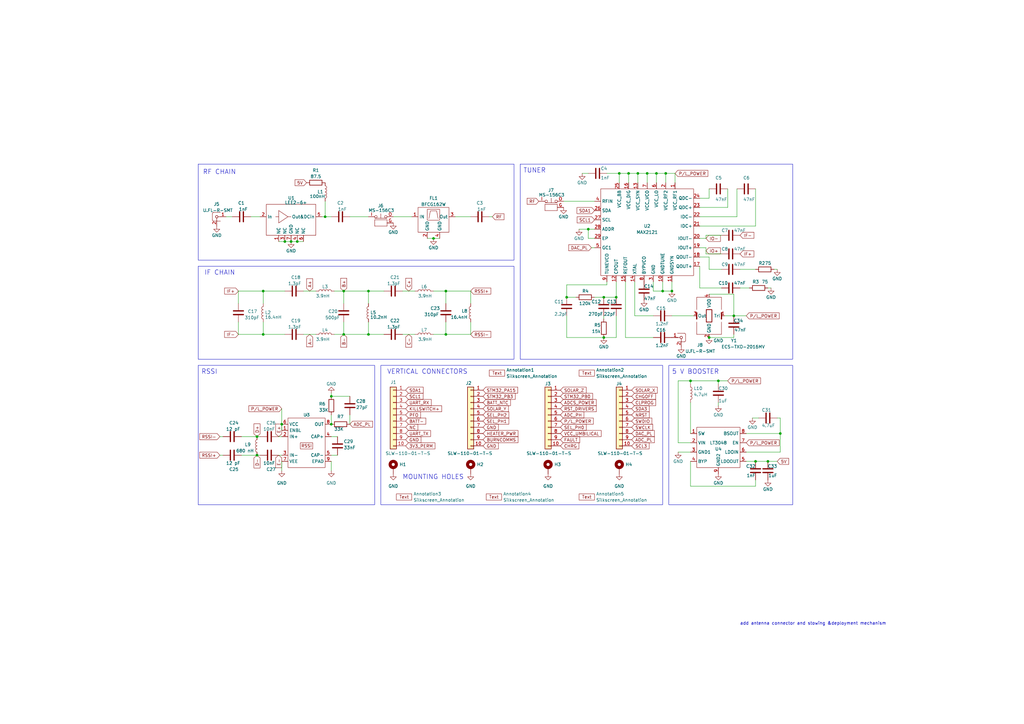
<source format=kicad_sch>
(kicad_sch (version 20230121) (generator eeschema)
  (paper "A3")
  (bus_alias "" (members))
  (junction (at 309.88 189.23))
  (junction (at 135.89 162.56))
  (junction (at 273.05 71.12))
  (junction (at 294.64 156.21))
  (junction (at 320.04 177.8))
  (junction (at 119.38 99.06))
  (junction (at 314.96 189.23))
  (junction (at 265.43 71.12))
  (junction (at 151.13 137.16))
  (junction (at 269.24 71.12))
  (junction (at 232.41 121.92))
  (junction (at 182.88 119.38))
  (junction (at 275.59 119.38))
  (junction (at 151.13 119.38))
  (junction (at 140.97 119.38))
  (junction (at 182.88 137.16))
  (junction (at 300.99 129.54))
  (junction (at 105.41 186.69))
  (junction (at 116.84 99.06))
  (junction (at 261.62 71.12))
  (junction (at 247.65 138.43))
  (junction (at 133.35 88.9))
  (junction (at 247.65 121.92))
  (junction (at 140.97 137.16))
  (junction (at 115.57 173.99))
  (junction (at 121.92 99.06))
  (junction (at 105.41 179.07))
  (junction (at 254 71.12))
  (junction (at 177.8 97.79))
  (junction (at 241.3 93.98))
  (junction (at 283.21 156.21))
  (junction (at 107.95 137.16))
  (junction (at 290.83 138.43))
  (junction (at 252.73 121.92))
  (junction (at 107.95 119.38))
  (junction (at 135.89 173.99))
  (junction (at 257.81 71.12))
  (junction (at 271.78 119.38))
  (wire (pts (xy 95.25 88.9) (xy 92.71 88.9)))
  (wire (pts (xy 297.18 129.54) (xy 300.99 129.54)))
  (wire (pts (xy 278.13 185.42) (xy 283.21 185.42)))
  (wire (pts (xy 140.97 137.16) (xy 140.97 132.08)))
  (wire (pts (xy 90.17 186.69) (xy 91.44 186.69)))
  (wire (pts (xy 320.04 171.45) (xy 318.77 171.45)))
  (wire (pts (xy 143.51 170.18) (xy 143.51 173.99)))
  (wire (pts (xy 248.92 115.57) (xy 248.92 116.84)))
  (wire (pts (xy 107.95 132.08) (xy 107.95 137.16)))
  (wire (pts (xy 97.79 132.08) (xy 97.79 137.16)))
  (wire (pts (xy 135.89 170.18) (xy 135.89 173.99)))
  (wire (pts (xy 316.23 118.11) (xy 314.96 118.11)))
  (wire (pts (xy 260.35 129.54) (xy 267.97 129.54)))
  (wire (pts (xy 289.56 101.6) (xy 289.56 104.14)))
  (wire (pts (xy 170.18 119.38) (xy 165.1 119.38)))
  (wire (pts (xy 151.13 137.16) (xy 140.97 137.16)))
  (wire (pts (xy 231.14 82.55) (xy 243.84 82.55)))
  (wire (pts (xy 289.56 97.79) (xy 289.56 96.52)))
  (wire (pts (xy 129.54 119.38) (xy 124.46 119.38)))
  (wire (pts (xy 151.13 124.46) (xy 151.13 119.38)))
  (wire (pts (xy 137.16 137.16) (xy 140.97 137.16)))
  (wire (pts (xy 257.81 74.93) (xy 257.81 71.12)))
  (wire (pts (xy 252.73 138.43) (xy 247.65 138.43)))
  (wire (pts (xy 256.54 115.57) (xy 256.54 138.43)))
  (wire (pts (xy 283.21 156.21) (xy 283.21 157.48)))
  (wire (pts (xy 170.18 137.16) (xy 165.1 137.16)))
  (wire (pts (xy 238.76 71.12) (xy 241.3 71.12)))
  (wire (pts (xy 300.99 129.54) (xy 306.07 129.54)))
  (wire (pts (xy 193.04 132.08) (xy 193.04 137.16)))
  (wire (pts (xy 283.21 181.61) (xy 278.13 181.61)))
  (wire (pts (xy 294.64 165.1) (xy 294.64 166.37)))
  (wire (pts (xy 135.89 162.56) (xy 135.89 161.29)))
  (wire (pts (xy 314.96 189.23) (xy 318.77 189.23)))
  (wire (pts (xy 283.21 199.39) (xy 309.88 199.39)))
  (wire (pts (xy 287.02 97.79) (xy 289.56 97.79)))
  (wire (pts (xy 287.02 92.71) (xy 309.88 92.71)))
  (wire (pts (xy 273.05 71.12) (xy 269.24 71.12)))
  (wire (pts (xy 267.97 119.38) (xy 271.78 119.38)))
  (wire (pts (xy 260.35 115.57) (xy 260.35 129.54)))
  (wire (pts (xy 241.3 93.98) (xy 243.84 93.98)))
  (wire (pts (xy 289.56 96.52) (xy 295.91 96.52)))
  (wire (pts (xy 119.38 99.06) (xy 121.92 99.06)))
  (wire (pts (xy 182.88 124.46) (xy 182.88 119.38)))
  (wire (pts (xy 243.84 121.92) (xy 247.65 121.92)))
  (wire (pts (xy 97.79 119.38) (xy 107.95 119.38)))
  (wire (pts (xy 320.04 185.42) (xy 320.04 177.8)))
  (wire (pts (xy 157.48 137.16) (xy 151.13 137.16)))
  (wire (pts (xy 193.04 137.16) (xy 182.88 137.16)))
  (wire (pts (xy 275.59 115.57) (xy 275.59 119.38)))
  (wire (pts (xy 271.78 119.38) (xy 275.59 119.38)))
  (wire (pts (xy 269.24 71.12) (xy 265.43 71.12)))
  (wire (pts (xy 306.07 177.8) (xy 320.04 177.8)))
  (wire (pts (xy 306.07 185.42) (xy 320.04 185.42)))
  (wire (pts (xy 140.97 119.38) (xy 137.16 119.38)))
  (wire (pts (xy 283.21 189.23) (xy 283.21 199.39)))
  (wire (pts (xy 243.84 97.79) (xy 241.3 97.79)))
  (wire (pts (xy 320.04 171.45) (xy 320.04 177.8)))
  (wire (pts (xy 97.79 124.46) (xy 97.79 119.38)))
  (wire (pts (xy 99.06 179.07) (xy 105.41 179.07)))
  (wire (pts (xy 151.13 88.9) (xy 143.51 88.9)))
  (wire (pts (xy 248.92 71.12) (xy 254 71.12)))
  (wire (pts (xy 157.48 119.38) (xy 151.13 119.38)))
  (wire (pts (xy 97.79 137.16) (xy 107.95 137.16)))
  (wire (pts (xy 135.89 193.04) (xy 135.89 189.23)))
  (wire (pts (xy 261.62 71.12) (xy 257.81 71.12)))
  (wire (pts (xy 247.65 130.81) (xy 247.65 129.54)))
  (wire (pts (xy 269.24 74.93) (xy 269.24 71.12)))
  (wire (pts (xy 151.13 132.08) (xy 151.13 137.16)))
  (wire (pts (xy 309.88 92.71) (xy 309.88 77.47)))
  (wire (pts (xy 254 71.12) (xy 254 74.93)))
  (wire (pts (xy 102.87 88.9) (xy 106.68 88.9)))
  (wire (pts (xy 182.88 132.08) (xy 182.88 137.16)))
  (wire (pts (xy 182.88 119.38) (xy 177.8 119.38)))
  (wire (pts (xy 161.29 88.9) (xy 168.91 88.9)))
  (wire (pts (xy 308.61 171.45) (xy 311.15 171.45)))
  (wire (pts (xy 261.62 74.93) (xy 261.62 71.12)))
  (wire (pts (xy 273.05 74.93) (xy 273.05 71.12)))
  (wire (pts (xy 309.88 189.23) (xy 314.96 189.23)))
  (wire (pts (xy 182.88 137.16) (xy 177.8 137.16)))
  (wire (pts (xy 300.99 138.43) (xy 290.83 138.43)))
  (wire (pts (xy 138.43 186.69) (xy 135.89 186.69)))
  (wire (pts (xy 318.77 110.49) (xy 317.5 110.49)))
  (wire (pts (xy 105.41 179.07) (xy 106.68 179.07)))
  (wire (pts (xy 252.73 129.54) (xy 252.73 138.43)))
  (wire (pts (xy 289.56 104.14) (xy 295.91 104.14)))
  (wire (pts (xy 186.69 88.9) (xy 193.04 88.9)))
  (wire (pts (xy 200.66 88.9) (xy 201.93 88.9)))
  (wire (pts (xy 302.26 88.9) (xy 302.26 77.47)))
  (wire (pts (xy 278.13 156.21) (xy 283.21 156.21)))
  (wire (pts (xy 287.02 101.6) (xy 289.56 101.6)))
  (wire (pts (xy 290.83 105.41) (xy 290.83 110.49)))
  (wire (pts (xy 90.17 179.07) (xy 91.44 179.07)))
  (wire (pts (xy 105.41 186.69) (xy 106.68 186.69)))
  (wire (pts (xy 298.45 85.09) (xy 298.45 77.47)))
  (wire (pts (xy 300.99 120.65) (xy 300.99 129.54)))
  (wire (pts (xy 287.02 85.09) (xy 298.45 85.09)))
  (wire (pts (xy 232.41 138.43) (xy 247.65 138.43)))
  (wire (pts (xy 306.07 189.23) (xy 309.88 189.23)))
  (wire (pts (xy 115.57 167.64) (xy 115.57 173.99)))
  (wire (pts (xy 247.65 121.92) (xy 252.73 121.92)))
  (wire (pts (xy 300.99 137.16) (xy 300.99 138.43)))
  (wire (pts (xy 290.83 110.49) (xy 295.91 110.49)))
  (wire (pts (xy 133.35 88.9) (xy 135.89 88.9)))
  (wire (pts (xy 237.49 93.98) (xy 241.3 93.98)))
  (wire (pts (xy 303.53 110.49) (xy 309.88 110.49)))
  (wire (pts (xy 283.21 165.1) (xy 283.21 177.8)))
  (wire (pts (xy 99.06 186.69) (xy 105.41 186.69)))
  (wire (pts (xy 107.95 119.38) (xy 116.84 119.38)))
  (wire (pts (xy 275.59 129.54) (xy 284.48 129.54)))
  (wire (pts (xy 287.02 81.28) (xy 290.83 81.28)))
  (wire (pts (xy 133.35 82.55) (xy 133.35 88.9)))
  (wire (pts (xy 114.3 99.06) (xy 116.84 99.06)))
  (wire (pts (xy 265.43 71.12) (xy 261.62 71.12)))
  (wire (pts (xy 193.04 119.38) (xy 182.88 119.38)))
  (wire (pts (xy 265.43 74.93) (xy 265.43 71.12)))
  (wire (pts (xy 232.41 121.92) (xy 236.22 121.92)))
  (wire (pts (xy 248.92 116.84) (xy 232.41 116.84)))
  (wire (pts (xy 135.89 162.56) (xy 143.51 162.56)))
  (wire (pts (xy 193.04 124.46) (xy 193.04 119.38)))
  (wire (pts (xy 242.57 101.6) (xy 243.84 101.6)))
  (wire (pts (xy 175.26 97.79) (xy 177.8 97.79)))
  (wire (pts (xy 116.84 99.06) (xy 119.38 99.06)))
  (wire (pts (xy 107.95 137.16) (xy 116.84 137.16)))
  (wire (pts (xy 257.81 71.12) (xy 254 71.12)))
  (wire (pts (xy 107.95 124.46) (xy 107.95 119.38)))
  (wire (pts (xy 290.83 120.65) (xy 300.99 120.65)))
  (wire (pts (xy 129.54 137.16) (xy 124.46 137.16)))
  (wire (pts (xy 151.13 119.38) (xy 140.97 119.38)))
  (wire (pts (xy 271.78 115.57) (xy 271.78 119.38)))
  (wire (pts (xy 121.92 99.06) (xy 124.46 99.06)))
  (wire (pts (xy 276.86 74.93) (xy 276.86 71.12)))
  (wire (pts (xy 287.02 105.41) (xy 290.83 105.41)))
  (wire (pts (xy 114.3 186.69) (xy 115.57 186.69)))
  (wire (pts (xy 309.88 199.39) (xy 309.88 196.85)))
  (wire (pts (xy 294.64 156.21) (xy 294.64 157.48)))
  (wire (pts (xy 287.02 118.11) (xy 295.91 118.11)))
  (wire (pts (xy 138.43 179.07) (xy 135.89 179.07)))
  (wire (pts (xy 267.97 115.57) (xy 267.97 119.38)))
  (wire (pts (xy 294.64 156.21) (xy 298.45 156.21)))
  (wire (pts (xy 115.57 173.99) (xy 115.57 176.53)))
  (wire (pts (xy 307.34 118.11) (xy 303.53 118.11)))
  (wire (pts (xy 232.41 116.84) (xy 232.41 121.92)))
  (wire (pts (xy 276.86 71.12) (xy 273.05 71.12)))
  (wire (pts (xy 252.73 115.57) (xy 252.73 121.92)))
  (wire (pts (xy 283.21 156.21) (xy 294.64 156.21)))
  (wire (pts (xy 287.02 109.22) (xy 287.02 118.11)))
  (wire (pts (xy 132.08 88.9) (xy 133.35 88.9)))
  (wire (pts (xy 287.02 88.9) (xy 302.26 88.9)))
  (wire (pts (xy 241.3 97.79) (xy 241.3 93.98)))
  (wire (pts (xy 232.41 129.54) (xy 232.41 138.43)))
  (wire (pts (xy 114.3 179.07) (xy 115.57 179.07)))
  (wire (pts (xy 290.83 81.28) (xy 290.83 77.47)))
  (wire (pts (xy 256.54 138.43) (xy 267.97 138.43)))
  (wire (pts (xy 177.8 97.79) (xy 180.34 97.79)))
  (wire (pts (xy 115.57 193.04) (xy 115.57 189.23)))
  (wire (pts (xy 140.97 124.46) (xy 140.97 119.38)))
  (wire (pts (xy 278.13 181.61) (xy 278.13 156.21)))
  (rectangle (start 213.36 67.31) (end 325.12 147.32))
  (rectangle (start 81.28 149.86) (end 153.67 207.01))
  (rectangle (start 81.28 67.31) (end 210.82 106.68))
  (rectangle (start 156.21 149.86) (end 271.78 207.01))
  (rectangle (start 81.28 109.22) (end 210.82 147.32))
  (rectangle (start 274.32 149.86) (end 325.12 207.01))
  (text "add antenna connector and stowing &deployment mechanism\n" (at 303.53 256.54 0) (effects (font (size 1.27 1.27)) (justify left bottom)))
  (text "VERTICAL CONNECTORS" (at 158.75 153.67 0) (effects (font (size 1.905 1.905)) (justify left bottom)))
  (text "MOUNTING HOLES" (at 165.1 196.85 0) (effects (font (size 1.905 1.905)) (justify left bottom)))
  (text "IF CHAIN" (at 83.82 113.03 0) (effects (font (size 1.905 1.905)) (justify left bottom)))
  (text "5 V BOOSTER" (at 275.59 153.67 0) (effects (font (size 1.905 1.905)) (justify left bottom)))
  (text "RF CHAIN" (at 83.185 71.755 0) (effects (font (size 1.905 1.905)) (justify left bottom)))
  (text "TUNER\n" (at 214.63 71.12 0) (effects (font (size 1.905 1.905)) (justify left bottom)))
  (text "RSSI\n" (at 82.55 153.67 0) (effects (font (size 1.905 1.905)) (justify left bottom)))
  (global_label "D+" (shape input) (at 105.41 179.07 90) (property "Intersheetrefs" "${INTERSHEET_REFS}" (effects hide)))
  (global_label "IF+" (shape input) (at 303.53 104.14 0) (property "Intersheetrefs" "${INTERSHEET_REFS}" (effects hide)))
  (global_label "P/L_POWER" (shape input) (at 276.86 71.12 0) (property "Intersheetrefs" "${INTERSHEET_REFS}" (effects hide)))
  (global_label "IF+" (shape input) (at 97.79 119.38 180) (property "Intersheetrefs" "${INTERSHEET_REFS}" (effects hide)))
  (global_label "ADC_PL" (shape input) (at 143.51 173.99 0) (property "Intersheetrefs" "${INTERSHEET_REFS}" (effects hide)))
  (global_label "GND" (shape input) (at 198.12 182.88 0) (property "Intersheetrefs" "${INTERSHEET_REFS}" (effects hide)))
  (global_label "CHGOFF" (shape input) (at 259.08 162.56 0) (property "Intersheetrefs" "${INTERSHEET_REFS}" (effects hide)))
  (global_label "P/L_POWER" (shape input) (at 115.57 167.64 180) (property "Intersheetrefs" "${INTERSHEET_REFS}" (effects hide)))
  (global_label "IO+" (shape input) (at 289.56 102.87 0) (property "Intersheetrefs" "${INTERSHEET_REFS}" (effects hide)))
  (global_label "3V3_PERM" (shape input) (at 166.37 182.88 0) (property "Intersheetrefs" "${INTERSHEET_REFS}" (effects hide)))
  (global_label "C-" (shape input) (at 167.64 137.16 270) (property "Intersheetrefs" "${INTERSHEET_REFS}" (effects hide)))
  (global_label "SOLAR_Z" (shape input) (at 229.87 160.02 0) (property "Intersheetrefs" "${INTERSHEET_REFS}" (effects hide)))
  (global_label "VCC_UMBILICAL" (shape input) (at 229.87 177.8 0) (property "Intersheetrefs" "${INTERSHEET_REFS}" (effects hide)))
  (global_label "SEL_PH0" (shape input) (at 229.87 175.26 0) (property "Intersheetrefs" "${INTERSHEET_REFS}" (effects hide)))
  (global_label "BURNCOMMS" (shape input) (at 198.12 180.34 0) (property "Intersheetrefs" "${INTERSHEET_REFS}" (effects hide)))
  (global_label "SDA1" (shape input) (at 243.84 86.36 180) (property "Intersheetrefs" "${INTERSHEET_REFS}" (effects hide)))
  (global_label "STM32_PB3" (shape input) (at 198.12 162.56 0) (property "Intersheetrefs" "${INTERSHEET_REFS}" (effects hide)))
  (global_label "RSSI-" (shape input) (at 90.17 179.07 180) (property "Intersheetrefs" "${INTERSHEET_REFS}" (effects hide)))
  (global_label "FAULT" (shape input) (at 229.87 180.34 0) (property "Intersheetrefs" "${INTERSHEET_REFS}" (effects hide)))
  (global_label "ADCS_POWER" (shape input) (at 229.87 165.1 0) (property "Intersheetrefs" "${INTERSHEET_REFS}" (effects hide)))
  (global_label "GND" (shape input) (at 166.37 180.34 0) (property "Intersheetrefs" "${INTERSHEET_REFS}" (effects hide)))
  (global_label "SOLAR_X" (shape input) (at 259.08 160.02 0) (property "Intersheetrefs" "${INTERSHEET_REFS}" (effects hide)))
  (global_label "CHRG" (shape input) (at 229.87 182.88 0) (property "Intersheetrefs" "${INTERSHEET_REFS}" (effects hide)))
  (global_label "ADC_PL" (shape input) (at 259.08 180.34 0) (property "Intersheetrefs" "${INTERSHEET_REFS}" (effects hide)))
  (global_label "A+" (shape input) (at 127 119.38 90) (property "Intersheetrefs" "${INTERSHEET_REFS}" (effects hide)))
  (global_label "RF" (shape input) (at 220.98 82.55 180) (property "Intersheetrefs" "${INTERSHEET_REFS}" (effects hide)))
  (global_label "5V" (shape input) (at 125.73 74.93 180) (property "Intersheetrefs" "${INTERSHEET_REFS}" (effects hide)))
  (global_label "SCL1" (shape input) (at 243.84 90.17 180) (property "Intersheetrefs" "${INTERSHEET_REFS}" (effects hide)))
  (global_label "SDA3" (shape input) (at 259.08 167.64 0) (property "Intersheetrefs" "${INTERSHEET_REFS}" (effects hide)))
  (global_label "B+" (shape input) (at 140.97 119.38 90) (property "Intersheetrefs" "${INTERSHEET_REFS}" (effects hide)))
  (global_label "UART_RX" (shape input) (at 166.37 165.1 0) (property "Intersheetrefs" "${INTERSHEET_REFS}" (effects hide)))
  (global_label "P/L_POWER" (shape input) (at 298.45 156.21 0) (property "Intersheetrefs" "${INTERSHEET_REFS}" (effects hide)))
  (global_label "DAC_PL" (shape input) (at 242.57 101.6 180) (property "Intersheetrefs" "${INTERSHEET_REFS}" (effects hide)))
  (global_label "PFO" (shape input) (at 166.37 170.18 0) (property "Intersheetrefs" "${INTERSHEET_REFS}" (effects hide)))
  (global_label "SDA1" (shape input) (at 166.37 160.02 0) (property "Intersheetrefs" "${INTERSHEET_REFS}" (effects hide)))
  (global_label "E-" (shape input) (at 114.3 186.69 270) (property "Intersheetrefs" "${INTERSHEET_REFS}" (effects hide)))
  (global_label "ADC_PH" (shape input) (at 229.87 170.18 0) (property "Intersheetrefs" "${INTERSHEET_REFS}" (effects hide)))
  (global_label "SCL1" (shape input) (at 166.37 162.56 0) (property "Intersheetrefs" "${INTERSHEET_REFS}" (effects hide)))
  (global_label "SOLAR_Y" (shape input) (at 198.12 167.64 0) (property "Intersheetrefs" "${INTERSHEET_REFS}" (effects hide)))
  (global_label "A-" (shape input) (at 127 137.16 270) (property "Intersheetrefs" "${INTERSHEET_REFS}" (effects hide)))
  (global_label "5V" (shape input) (at 318.77 189.23 0) (property "Intersheetrefs" "${INTERSHEET_REFS}" (effects hide)))
  (global_label "SWDIO" (shape input) (at 259.08 172.72 0) (property "Intersheetrefs" "${INTERSHEET_REFS}" (effects hide)))
  (global_label "D-" (shape input) (at 105.41 186.69 270) (property "Intersheetrefs" "${INTERSHEET_REFS}" (effects hide)))
  (global_label "RSSI+" (shape input) (at 193.04 119.38 0) (property "Intersheetrefs" "${INTERSHEET_REFS}" (effects hide)))
  (global_label "C+" (shape input) (at 167.64 119.38 90) (property "Intersheetrefs" "${INTERSHEET_REFS}" (effects hide)))
  (global_label "NC" (shape input) (at 166.37 175.26 0) (property "Intersheetrefs" "${INTERSHEET_REFS}" (effects hide)))
  (global_label "SCL3" (shape input) (at 259.08 182.88 0) (property "Intersheetrefs" "${INTERSHEET_REFS}" (effects hide)))
  (global_label "IF-" (shape input) (at 303.53 96.52 0) (property "Intersheetrefs" "${INTERSHEET_REFS}" (effects hide)))
  (global_label "UART_TX" (shape input) (at 166.37 177.8 0) (property "Intersheetrefs" "${INTERSHEET_REFS}" (effects hide)))
  (global_label "NRST" (shape input) (at 259.08 170.18 0) (property "Intersheetrefs" "${INTERSHEET_REFS}" (effects hide)))
  (global_label "SEL_PH2" (shape input) (at 198.12 170.18 0) (property "Intersheetrefs" "${INTERSHEET_REFS}" (effects hide)))
  (global_label "P/L_POWER" (shape input) (at 229.87 172.72 0) (property "Intersheetrefs" "${INTERSHEET_REFS}" (effects hide)))
  (global_label "RSSI-" (shape input) (at 193.04 137.16 0) (property "Intersheetrefs" "${INTERSHEET_REFS}" (effects hide)))
  (global_label "RSSI+" (shape input) (at 90.17 186.69 180) (property "Intersheetrefs" "${INTERSHEET_REFS}" (effects hide)))
  (global_label "BATT_NTC" (shape input) (at 198.12 165.1 0) (property "Intersheetrefs" "${INTERSHEET_REFS}" (effects hide)))
  (global_label "IF-" (shape input) (at 97.79 137.16 180) (property "Intersheetrefs" "${INTERSHEET_REFS}" (effects hide)))
  (global_label "GND" (shape input) (at 198.12 175.26 0) (property "Intersheetrefs" "${INTERSHEET_REFS}" (effects hide)))
  (global_label "STM32_PA15" (shape input) (at 198.12 160.02 0) (property "Intersheetrefs" "${INTERSHEET_REFS}" (effects hide)))
  (global_label "RST_DRIVERS" (shape input) (at 229.87 167.64 0) (property "Intersheetrefs" "${INTERSHEET_REFS}" (effects hide)))
  (global_label "P/L_POWER" (shape input) (at 306.07 181.61 0) (property "Intersheetrefs" "${INTERSHEET_REFS}" (effects hide)))
  (global_label "SWCLK" (shape input) (at 259.08 175.26 0) (property "Intersheetrefs" "${INTERSHEET_REFS}" (effects hide)))
  (global_label "SEL_PH1" (shape input) (at 198.12 172.72 0) (property "Intersheetrefs" "${INTERSHEET_REFS}" (effects hide)))
  (global_label "STM32_PB0" (shape input) (at 229.87 162.56 0) (property "Intersheetrefs" "${INTERSHEET_REFS}" (effects hide)))
  (global_label "CLPROG" (shape input) (at 259.08 165.1 0) (property "Intersheetrefs" "${INTERSHEET_REFS}" (effects hide)))
  (global_label "IO-" (shape input) (at 289.56 97.79 0) (property "Intersheetrefs" "${INTERSHEET_REFS}" (effects hide)))
  (global_label "B-" (shape input) (at 140.97 137.16 270) (property "Intersheetrefs" "${INTERSHEET_REFS}" (effects hide)))
  (global_label "E+" (shape input) (at 114.3 179.07 90) (property "Intersheetrefs" "${INTERSHEET_REFS}" (effects hide)))
  (global_label "HEATER_PWR" (shape input) (at 198.12 177.8 0) (property "Intersheetrefs" "${INTERSHEET_REFS}" (effects hide)))
  (global_label "RF" (shape input) (at 201.93 88.9 0) (property "Intersheetrefs" "${INTERSHEET_REFS}" (effects hide)))
  (global_label "KILLSWITCH+" (shape input) (at 166.37 167.64 0) (property "Intersheetrefs" "${INTERSHEET_REFS}" (effects hide)))
  (global_label "P/L_POWER" (shape input) (at 306.07 129.54 0) (property "Intersheetrefs" "${INTERSHEET_REFS}" (effects hide)))
  (global_label "DAC_PL" (shape input) (at 259.08 177.8 0) (property "Intersheetrefs" "${INTERSHEET_REFS}" (effects hide)))
  (global_label "BATT-" (shape input) (at 166.37 172.72 0) (property "Intersheetrefs" "${INTERSHEET_REFS}" (effects hide)))
  (symbol (lib_id "power:GND") (at 290.83 138.43 0) (unit 1)
    (property "Reference" "#PWR012" (effects hide))
    (property "Value" "GND" (at 294.64 139.7 0))
  )
  (symbol (lib_id "Device:C") (at 299.72 118.11 270) (unit 1)
    (property "Reference" "C10" (at 294.64 116.84 90) (effects (justify left bottom)))
    (property "Value" "47nF" (at 300.99 116.84 90) (effects (justify left bottom)))
    (property "Footprint" "Capacitor_SMD:C_0603_1608Metric" (effects hide))
    (property "BOM_SUPPLIER" "LCSC" (effects hide))
    (property "BOM_SUPPLIER PART" "C576799" (effects hide))
    (property "BOM_MANUFACTURER" "YAGEO" (effects hide))
    (property "BOM_MANUFACTURER PART" "CC0603JRNPO0BN100" (effects hide))
    (property "NAMEALIAS" "Capacitance" (effects hide))
    (property "CONTRIBUTOR" "LCSC" (effects hide))
    (property "BOM_JLCPCB PART CLASS" "Extended Part" (effects hide))
    (property "SPICEPRE" "C" (effects hide))
    (property "SPICESYMBOLNAME" "CC0603JRNPO0BN100" (effects hide))
  )
  (symbol (lib_id "Mechanical:MountingHole_Pad") (at 193.04 191.77 0) (unit 1)
    (property "Reference" "H2" (at 195.58 190.4999 0) (effects (justify left)))
    (property "Value" "MountingHole_Pad" (effects hide))
    (property "Footprint" "MountingHole:MountingHole_3.2mm_M3_Pad" (effects hide))
  )
  (symbol (lib_id "power:GND") (at 279.4 142.24 0) (unit 1)
    (property "Reference" "#PWR014" (effects hide))
    (property "Value" "GND" (at 279.4 146.05 0))
  )
  (symbol (lib_id "-nsl_connector:SLW-110-01") (at 161.29 171.45 0) (mirror y) (unit 1)
    (property "Reference" "J1" (at 162.56 157.48 0) (effects (justify left bottom)))
    (property "Value" "SLW-110-01-T-S" (at 176.53 186.69 0) (effects (justify left bottom)))
    (property "Footprint" "-nsl_connector:BBL-110-Y-X" (effects hide))
    (property "CONTRIBUTOR" "Hans Stahl" (effects hide))
    (property "SPICEPRE" "J" (effects hide))
    (property "SPICESYMBOLNAME" "SLW-110-01-T-S" (effects hide))
  )
  (symbol (lib_id "power:GND") (at 119.38 99.06 0) (unit 1)
    (property "Reference" "#PWR06" (effects hide))
    (property "Value" "GND" (at 119.38 102.87 0))
  )
  (symbol (lib_id "power:GND") (at 193.04 194.31 0) (unit 1)
    (property "Reference" "#PWR023" (effects hide))
    (property "Value" "GND" (at 193.04 199.39 0))
  )
  (symbol (lib_id "Device:C") (at 110.49 179.07 270) (mirror x) (unit 1)
    (property "Reference" "C26" (at 109.22 172.72 90) (effects (justify left bottom)))
    (property "Value" "10nF" (at 107.95 175.26 90) (effects (justify left bottom)))
    (property "Footprint" "Capacitor_SMD:C_0402_1005Metric" (effects hide))
    (property "BOM_SUPPLIER" "LCSC" (effects hide))
    (property "BOM_SUPPLIER PART" "C576799" (effects hide))
    (property "BOM_MANUFACTURER" "YAGEO" (effects hide))
    (property "BOM_MANUFACTURER PART" "CC0603JRNPO0BN100" (effects hide))
    (property "NAMEALIAS" "Capacitance" (effects hide))
    (property "CONTRIBUTOR" "LCSC" (effects hide))
    (property "BOM_JLCPCB PART CLASS" "Extended Part" (effects hide))
    (property "SPICEPRE" "C" (effects hide))
    (property "SPICESYMBOLNAME" "CC0603JRNPO0BN100" (effects hide))
  )
  (symbol (lib_id "Device:C") (at 314.96 193.04 180) (unit 1)
    (property "Reference" "C33" (at 318.77 190.5 0) (effects (justify left bottom)))
    (property "Value" "1uF" (at 318.77 194.31 0) (effects (justify left bottom)))
    (property "Footprint" "Capacitor_SMD:C_0603_1608Metric" (effects hide))
    (property "BOM_SUPPLIER" "LCSC" (effects hide))
    (property "BOM_SUPPLIER PART" "C576799" (effects hide))
    (property "BOM_MANUFACTURER" "YAGEO" (effects hide))
    (property "BOM_MANUFACTURER PART" "CC0603JRNPO0BN100" (effects hide))
    (property "NAMEALIAS" "Capacitance" (effects hide))
    (property "CONTRIBUTOR" "LCSC" (effects hide))
    (property "BOM_JLCPCB PART CLASS" "Extended Part" (effects hide))
    (property "SPICEPRE" "C" (effects hide))
    (property "SPICESYMBOLNAME" "CC0603JRNPO0BN100" (effects hide))
  )
  (symbol (lib_id "power:GND") (at 238.76 71.12 0) (unit 1)
    (property "Reference" "#PWR01" (effects hide))
    (property "Value" "GND" (at 238.76 74.93 0))
  )
  (symbol (lib_id "Device:C") (at 271.78 129.54 90) (unit 1)
    (property "Reference" "C15" (at 273.05 125.73 90) (effects (justify left bottom)))
    (property "Value" "1.2nF" (at 274.32 132.08 90) (effects (justify left bottom)))
    (property "Footprint" "Capacitor_SMD:C_0603_1608Metric" (effects hide))
    (property "BOM_SUPPLIER" "LCSC" (effects hide))
    (property "BOM_SUPPLIER PART" "C576799" (effects hide))
    (property "BOM_MANUFACTURER" "YAGEO" (effects hide))
    (property "BOM_MANUFACTURER PART" "CC0603JRNPO0BN100" (effects hide))
    (property "NAMEALIAS" "Capacitance" (effects hide))
    (property "CONTRIBUTOR" "LCSC" (effects hide))
    (property "BOM_JLCPCB PART CLASS" "Extended Part" (effects hide))
    (property "SPICEPRE" "C" (effects hide))
    (property "SPICESYMBOLNAME" "CC0603JRNPO0BN100" (effects hide))
  )
  (symbol (lib_id "Device:C") (at 196.85 88.9 90) (unit 1)
    (property "Reference" "C3" (at 198.12 82.55 90) (effects (justify left bottom)))
    (property "Value" "1nF" (at 199.39 85.09 90) (effects (justify left bottom)))
    (property "Footprint" "Capacitor_SMD:C_0603_1608Metric" (effects hide))
    (property "BOM_SUPPLIER" "LCSC" (effects hide))
    (property "BOM_SUPPLIER PART" "C576799" (effects hide))
    (property "BOM_MANUFACTURER" "YAGEO" (effects hide))
    (property "BOM_MANUFACTURER PART" "CC0603JRNPO0BN100" (effects hide))
    (property "NAMEALIAS" "Capacitance" (effects hide))
    (property "CONTRIBUTOR" "LCSC" (effects hide))
    (property "BOM_JLCPCB PART CLASS" "Extended Part" (effects hide))
    (property "SPICEPRE" "C" (effects hide))
    (property "SPICESYMBOLNAME" "CC0603JRNPO0BN100" (effects hide))
  )
  (symbol (lib_id "power:GND") (at 161.29 91.44 0) (unit 1)
    (property "Reference" "#PWR08" (effects hide))
    (property "Value" "GND" (at 161.29 95.25 0))
  )
  (symbol (lib_id "Device:L") (at 133.35 119.38 270) (mirror x) (unit 1)
    (property "Reference" "L3" (at 132.08 116.84 90) (effects (justify left bottom)))
    (property "Value" "3.9nH" (at 129.54 120.65 90) (effects (justify left bottom)))
    (property "Footprint" "Inductor_SMD:L_0402_1005Metric" (effects hide))
    (property "BOM_SUPPLIER" "LCSC" (effects hide))
    (property "BOM_SUPPLIER PART" "C370259" (effects hide))
    (property "BOM_MANUFACTURER" "Sunlord" (effects hide))
    (property "BOM_MANUFACTURER PART" "SDFL1005LR10KTF" (effects hide))
    (property "NAMEALIAS" "Inductance" (effects hide))
    (property "CONTRIBUTOR" "LCSC" (effects hide))
    (property "BOM_JLCPCB PART CLASS" "Extended Part" (effects hide))
    (property "SPICEPRE" "L" (effects hide))
    (property "SPICESYMBOLNAME" "SDFL1005LR10KTF" (effects hide))
  )
  (symbol (lib_id "Device:C") (at 294.64 161.29 0) (unit 1)
    (property "Reference" "C30" (at 294.64 160.02 0) (effects (justify left bottom)))
    (property "Value" "1uF" (at 294.64 165.1 0) (effects (justify left bottom)))
    (property "Footprint" "Capacitor_SMD:C_0603_1608Metric" (effects hide))
    (property "BOM_SUPPLIER" "LCSC" (effects hide))
    (property "BOM_SUPPLIER PART" "C576799" (effects hide))
    (property "BOM_MANUFACTURER" "YAGEO" (effects hide))
    (property "BOM_MANUFACTURER PART" "CC0603JRNPO0BN100" (effects hide))
    (property "NAMEALIAS" "Capacitance" (effects hide))
    (property "CONTRIBUTOR" "LCSC" (effects hide))
    (property "BOM_JLCPCB PART CLASS" "Extended Part" (effects hide))
    (property "SPICEPRE" "C" (effects hide))
    (property "SPICESYMBOLNAME" "CC0603JRNPO0BN100" (effects hide))
  )
  (symbol (lib_id "Device:C") (at 299.72 104.14 270) (unit 1)
    (property "Reference" "C8" (at 295.91 102.87 90) (effects (justify left bottom)))
    (property "Value" "47nF" (at 300.99 102.87 90) (effects (justify left bottom)))
    (property "Footprint" "Capacitor_SMD:C_0402_1005Metric" (effects hide))
    (property "BOM_SUPPLIER" "LCSC" (effects hide))
    (property "BOM_SUPPLIER PART" "C576799" (effects hide))
    (property "BOM_MANUFACTURER" "YAGEO" (effects hide))
    (property "BOM_MANUFACTURER PART" "CC0603JRNPO0BN100" (effects hide))
    (property "NAMEALIAS" "Capacitance" (effects hide))
    (property "CONTRIBUTOR" "LCSC" (effects hide))
    (property "BOM_JLCPCB PART CLASS" "Extended Part" (effects hide))
    (property "SPICEPRE" "C" (effects hide))
    (property "SPICESYMBOLNAME" "CC0603JRNPO0BN100" (effects hide))
  )
  (symbol (lib_id "-nsl_connector:SLW-110-01") (at 224.79 171.45 0) (mirror y) (unit 1)
    (property "Reference" "J3" (at 223.52 158.115 0) (effects (justify right bottom)))
    (property "Value" "SLW-110-01-T-S" (at 215.9 186.69 0) (effects (justify right bottom)))
    (property "Footprint" "-nsl_connector:BBL-110-Y-X" (effects hide))
    (property "CONTRIBUTOR" "Hans Stahl" (effects hide))
    (property "SPICEPRE" "J" (effects hide))
    (property "SPICESYMBOLNAME" "SLW-110-01-T-S" (effects hide))
  )
  (symbol (lib_id "power:GND") (at 135.89 193.04 0) (mirror y) (unit 1)
    (property "Reference" "#PWR020" (effects hide))
    (property "Value" "GND" (at 135.89 198.12 0))
  )
  (symbol (lib_id "Device:C") (at 110.49 186.69 270) (mirror x) (unit 1)
    (property "Reference" "C27" (at 109.22 191.77 90) (effects (justify left bottom)))
    (property "Value" "10nF" (at 107.95 189.23 90) (effects (justify left bottom)))
    (property "Footprint" "Capacitor_SMD:C_0402_1005Metric" (effects hide))
    (property "BOM_SUPPLIER" "LCSC" (effects hide))
    (property "BOM_SUPPLIER PART" "C576799" (effects hide))
    (property "BOM_MANUFACTURER" "YAGEO" (effects hide))
    (property "BOM_MANUFACTURER PART" "CC0603JRNPO0BN100" (effects hide))
    (property "NAMEALIAS" "Capacitance" (effects hide))
    (property "CONTRIBUTOR" "LCSC" (effects hide))
    (property "BOM_JLCPCB PART CLASS" "Extended Part" (effects hide))
    (property "SPICEPRE" "C" (effects hide))
    (property "SPICESYMBOLNAME" "CC0603JRNPO0BN100" (effects hide))
  )
  (symbol (lib_id "-nsl_rf:BFCG162W") (at 177.8 88.9 0) (unit 1)
    (property "Reference" "FL1" (at 177.8 81.28 0))
    (property "Value" "BFCG162W" (at 177.8 83.82 0))
    (property "Footprint" "-nsl_rf:GE0805C-3" (effects hide))
  )
  (symbol (lib_id "Device:C") (at 309.88 193.04 180) (unit 1)
    (property "Reference" "C32" (at 309.88 190.5 0) (effects (justify left bottom)))
    (property "Value" "1nF" (at 309.88 194.31 0) (effects (justify left bottom)))
    (property "Footprint" "Capacitor_SMD:C_0603_1608Metric" (effects hide))
    (property "BOM_SUPPLIER" "LCSC" (effects hide))
    (property "BOM_SUPPLIER PART" "C576799" (effects hide))
    (property "BOM_MANUFACTURER" "YAGEO" (effects hide))
    (property "BOM_MANUFACTURER PART" "CC0603JRNPO0BN100" (effects hide))
    (property "NAMEALIAS" "Capacitance" (effects hide))
    (property "CONTRIBUTOR" "LCSC" (effects hide))
    (property "BOM_JLCPCB PART CLASS" "Extended Part" (effects hide))
    (property "SPICEPRE" "C" (effects hide))
    (property "SPICESYMBOLNAME" "CC0603JRNPO0BN100" (effects hide))
  )
  (symbol (lib_id "power:GND") (at 177.8 97.79 0) (unit 1)
    (property "Reference" "#PWR05" (effects hide))
    (property "Value" "GND" (at 177.8 101.6 0))
  )
  (symbol (lib_id "Device:L") (at 173.99 119.38 270) (mirror x) (unit 1)
    (property "Reference" "L6" (at 172.72 116.84 90) (effects (justify left bottom)))
    (property "Value" "3.9nH" (at 171.45 120.65 90) (effects (justify left bottom)))
    (property "Footprint" "Inductor_SMD:L_0402_1005Metric" (effects hide))
    (property "BOM_SUPPLIER" "LCSC" (effects hide))
    (property "BOM_SUPPLIER PART" "C370259" (effects hide))
    (property "BOM_MANUFACTURER" "Sunlord" (effects hide))
    (property "BOM_MANUFACTURER PART" "SDFL1005LR10KTF" (effects hide))
    (property "NAMEALIAS" "Inductance" (effects hide))
    (property "CONTRIBUTOR" "LCSC" (effects hide))
    (property "BOM_JLCPCB PART CLASS" "Extended Part" (effects hide))
    (property "SPICEPRE" "L" (effects hide))
    (property "SPICESYMBOLNAME" "SDFL1005LR10KTF" (effects hide))
  )
  (symbol (lib_id "Device:C") (at 271.78 138.43 90) (unit 1)
    (property "Reference" "C16" (at 273.05 134.62 90) (effects (justify left bottom)))
    (property "Value" "1.2nF" (at 274.32 140.97 90) (effects (justify left bottom)))
    (property "Footprint" "Capacitor_SMD:C_0603_1608Metric" (effects hide))
    (property "BOM_SUPPLIER" "LCSC" (effects hide))
    (property "BOM_SUPPLIER PART" "C576799" (effects hide))
    (property "BOM_MANUFACTURER" "YAGEO" (effects hide))
    (property "BOM_MANUFACTURER PART" "CC0603JRNPO0BN100" (effects hide))
    (property "NAMEALIAS" "Capacitance" (effects hide))
    (property "CONTRIBUTOR" "LCSC" (effects hide))
    (property "BOM_JLCPCB PART CLASS" "Extended Part" (effects hide))
    (property "SPICEPRE" "C" (effects hide))
    (property "SPICESYMBOLNAME" "CC0603JRNPO0BN100" (effects hide))
  )
  (symbol (lib_id "Device:C") (at 95.25 186.69 270) (mirror x) (unit 1)
    (property "Reference" "C25" (at 93.98 191.77 90) (effects (justify left bottom)))
    (property "Value" "12 pF" (at 92.71 189.23 90) (effects (justify left bottom)))
    (property "Footprint" "Capacitor_SMD:C_0402_1005Metric" (effects hide))
    (property "BOM_SUPPLIER" "LCSC" (effects hide))
    (property "BOM_SUPPLIER PART" "C576799" (effects hide))
    (property "BOM_MANUFACTURER" "YAGEO" (effects hide))
    (property "BOM_MANUFACTURER PART" "CC0603JRNPO0BN100" (effects hide))
    (property "NAMEALIAS" "Capacitance" (effects hide))
    (property "CONTRIBUTOR" "LCSC" (effects hide))
    (property "BOM_JLCPCB PART CLASS" "Extended Part" (effects hide))
    (property "SPICEPRE" "C" (effects hide))
    (property "SPICESYMBOLNAME" "CC0603JRNPO0BN100" (effects hide))
  )
  (symbol (lib_id "Device:C") (at 247.65 125.73 0) (unit 1)
    (property "Reference" "C12" (at 242.57 124.46 0) (effects (justify left bottom)))
    (property "Value" "270pF" (at 241.3 129.54 0) (effects (justify left bottom)))
    (property "Footprint" "Capacitor_SMD:C_0603_1608Metric" (effects hide))
    (property "BOM_SUPPLIER" "LCSC" (effects hide))
    (property "BOM_SUPPLIER PART" "C576799" (effects hide))
    (property "BOM_MANUFACTURER" "YAGEO" (effects hide))
    (property "BOM_MANUFACTURER PART" "CC0603JRNPO0BN100" (effects hide))
    (property "NAMEALIAS" "Capacitance" (effects hide))
    (property "CONTRIBUTOR" "LCSC" (effects hide))
    (property "BOM_JLCPCB PART CLASS" "Extended Part" (effects hide))
    (property "SPICEPRE" "C" (effects hide))
    (property "SPICESYMBOLNAME" "CC0603JRNPO0BN100" (effects hide))
  )
  (symbol (lib_id "power:GND") (at 135.89 161.29 0) (mirror x) (unit 1)
    (property "Reference" "#PWR015" (effects hide))
    (property "Value" "GND" (at 135.89 157.48 0))
  )
  (symbol (lib_id "power:GND") (at 115.57 193.04 0) (mirror y) (unit 1)
    (property "Reference" "#PWR019" (effects hide))
    (property "Value" "GND" (at 115.57 198.12 0))
  )
  (symbol (lib_id "power:GND") (at 161.29 194.31 0) (unit 1)
    (property "Reference" "#PWR022" (effects hide))
    (property "Value" "GND" (at 161.29 199.39 0))
  )
  (symbol (lib_id "Device:L") (at 173.99 137.16 270) (mirror x) (unit 1)
    (property "Reference" "L7" (at 172.72 134.62 90) (effects (justify left bottom)))
    (property "Value" "3.9nH" (at 171.45 138.43 90) (effects (justify left bottom)))
    (property "Footprint" "Inductor_SMD:L_0402_1005Metric" (effects hide))
    (property "BOM_SUPPLIER" "LCSC" (effects hide))
    (property "BOM_SUPPLIER PART" "C370259" (effects hide))
    (property "BOM_MANUFACTURER" "Sunlord" (effects hide))
    (property "BOM_MANUFACTURER PART" "SDFL1005LR10KTF" (effects hide))
    (property "NAMEALIAS" "Inductance" (effects hide))
    (property "CONTRIBUTOR" "LCSC" (effects hide))
    (property "BOM_JLCPCB PART CLASS" "Extended Part" (effects hide))
    (property "SPICEPRE" "L" (effects hide))
    (property "SPICESYMBOLNAME" "SDFL1005LR10KTF" (effects hide))
  )
  (symbol (lib_id "Device:L") (at 193.04 128.27 0) (mirror y) (unit 1)
    (property "Reference" "L8" (at 191.77 128.27 0) (effects (justify left bottom)))
    (property "Value" "16.4nH" (at 191.77 130.81 0) (effects (justify left bottom)))
    (property "Footprint" "Inductor_SMD:L_0402_1005Metric" (effects hide))
    (property "BOM_SUPPLIER" "LCSC" (effects hide))
    (property "BOM_SUPPLIER PART" "C370259" (effects hide))
    (property "BOM_MANUFACTURER" "Sunlord" (effects hide))
    (property "BOM_MANUFACTURER PART" "SDFL1005LR10KTF" (effects hide))
    (property "NAMEALIAS" "Inductance" (effects hide))
    (property "CONTRIBUTOR" "LCSC" (effects hide))
    (property "BOM_JLCPCB PART CLASS" "Extended Part" (effects hide))
    (property "SPICEPRE" "L" (effects hide))
    (property "SPICESYMBOLNAME" "SDFL1005LR10KTF" (effects hide))
  )
  (symbol (lib_id "-nsl_symbols:Silkscreen_Annotation") (at 238.76 209.55 0) (unit 1)
    (property "Reference" "Annotation5" (at 244.475 202.5649 0) (effects (justify left)))
    (property "Value" "Silkscreen_Annotation" (at 244.475 205.1049 0) (effects (justify left)))
    (property "Footprint" "-nsl_symbols:UPC_positiu" (effects hide))
  )
  (symbol (lib_id "Device:C") (at 161.29 137.16 270) (mirror x) (unit 1)
    (property "Reference" "C22" (at 160.02 130.81 90) (effects (justify left bottom)))
    (property "Value" "1.3pF" (at 158.75 133.35 90) (effects (justify left bottom)))
    (property "Footprint" "Capacitor_SMD:C_0402_1005Metric" (effects hide))
    (property "BOM_SUPPLIER" "LCSC" (effects hide))
    (property "BOM_SUPPLIER PART" "C576799" (effects hide))
    (property "BOM_MANUFACTURER" "YAGEO" (effects hide))
    (property "BOM_MANUFACTURER PART" "CC0603JRNPO0BN100" (effects hide))
    (property "NAMEALIAS" "Capacitance" (effects hide))
    (property "CONTRIBUTOR" "LCSC" (effects hide))
    (property "BOM_JLCPCB PART CLASS" "Extended Part" (effects hide))
    (property "SPICEPRE" "C" (effects hide))
    (property "SPICESYMBOLNAME" "CC0603JRNPO0BN100" (effects hide))
  )
  (symbol (lib_id "-nsl_rf:LT5537") (at 125.73 182.88 0) (unit 1)
    (property "Reference" "U3" (at 125.73 170.18 0))
    (property "Value" "~" (at 125.73 170.18 0))
    (property "Footprint" "-nsl_rf:SON50P200X300X80-9N-D" (effects hide))
  )
  (symbol (lib_id "Device:R") (at 240.03 121.92 90) (unit 1)
    (property "Reference" "R4" (at 238.76 119.38 90) (effects (justify right)))
    (property "Value" "120k" (at 237.49 124.46 90) (effects (justify right)))
    (property "Footprint" "Resistor_SMD:R_0603_1608Metric" (effects hide))
  )
  (symbol (lib_id "-nsl_power:LT3048") (at 294.64 184.15 0) (unit 1)
    (property "Reference" "U4" (at 294.64 184.15 0))
    (property "Value" "LT3048" (at 294.64 181.61 0))
    (property "Footprint" "-nsl_power:SON45P200X200X80-9N" (effects hide))
  )
  (symbol (lib_id "Device:L") (at 151.13 128.27 0) (mirror y) (unit 1)
    (property "Reference" "L5" (at 154.305 128.905 0) (effects (justify left bottom)))
    (property "Value" "10.2nH" (at 158.75 130.81 0) (effects (justify left bottom)))
    (property "Footprint" "Inductor_SMD:L_0402_1005Metric" (effects hide))
    (property "BOM_SUPPLIER" "LCSC" (effects hide))
    (property "BOM_SUPPLIER PART" "C370259" (effects hide))
    (property "BOM_MANUFACTURER" "Sunlord" (effects hide))
    (property "BOM_MANUFACTURER PART" "SDFL1005LR10KTF" (effects hide))
    (property "NAMEALIAS" "Inductance" (effects hide))
    (property "CONTRIBUTOR" "LCSC" (effects hide))
    (property "BOM_JLCPCB PART CLASS" "Extended Part" (effects hide))
    (property "SPICEPRE" "L" (effects hide))
    (property "SPICESYMBOLNAME" "SDFL1005LR10KTF" (effects hide))
  )
  (symbol (lib_id "power:GND") (at 224.79 194.31 0) (unit 1)
    (property "Reference" "#PWR024" (effects hide))
    (property "Value" "GND" (at 224.79 199.39 0))
  )
  (symbol (lib_id "Device:C") (at 299.72 96.52 270) (unit 1)
    (property "Reference" "C7" (at 295.91 95.25 90) (effects (justify left bottom)))
    (property "Value" "47nF" (at 300.99 95.25 90) (effects (justify left bottom)))
    (property "Footprint" "Capacitor_SMD:C_0402_1005Metric" (effects hide))
    (property "BOM_SUPPLIER" "LCSC" (effects hide))
    (property "BOM_SUPPLIER PART" "C576799" (effects hide))
    (property "BOM_MANUFACTURER" "YAGEO" (effects hide))
    (property "BOM_MANUFACTURER PART" "CC0603JRNPO0BN100" (effects hide))
    (property "NAMEALIAS" "Capacitance" (effects hide))
    (property "CONTRIBUTOR" "LCSC" (effects hide))
    (property "BOM_JLCPCB PART CLASS" "Extended Part" (effects hide))
    (property "SPICEPRE" "C" (effects hide))
    (property "SPICESYMBOLNAME" "CC0603JRNPO0BN100" (effects hide))
  )
  (symbol (lib_id "-nsl_connector:MS-156C") (at 156.21 91.44 0) (unit 1)
    (property "Reference" "J6" (at 154.94 85.09 0) (effects (justify left bottom)))
    (property "Value" "MS-156C3" (at 151.13 86.995 0) (effects (justify left bottom)))
    (property "Footprint" "-nsl_connector:CoaxialSwitch_Hirose_MS-156C3_Horizontal" (effects hide))
    (property "BOM_SUPPLIER" "LCSC" (effects hide))
    (property "BOM_SUPPLIER PART" "C424673" (effects hide))
    (property "BOM_MANUFACTURER" "HRS(广濑)" (effects hide))
    (property "BOM_MANUFACTURER PART" "MS-156C3" (effects hide))
    (property "CONTRIBUTOR" "LCSC" (effects hide))
    (property "BOM_JLCPCB PART CLASS" "Extended Part" (effects hide))
    (property "SPICEPRE" "R" (effects hide))
    (property "SPICESYMBOLNAME" "MS-156C3" (effects hide))
  )
  (symbol (lib_id "Device:C") (at 264.16 119.38 0) (unit 1)
    (property "Reference" "C14" (at 264.16 118.11 0) (effects (justify left bottom)))
    (property "Value" "47nF" (at 264.16 123.19 0) (effects (justify left bottom)))
    (property "Footprint" "Capacitor_SMD:C_0603_1608Metric" (effects hide))
    (property "BOM_SUPPLIER" "LCSC" (effects hide))
    (property "BOM_SUPPLIER PART" "C576799" (effects hide))
    (property "BOM_MANUFACTURER" "YAGEO" (effects hide))
    (property "BOM_MANUFACTURER PART" "CC0603JRNPO0BN100" (effects hide))
    (property "NAMEALIAS" "Capacitance" (effects hide))
    (property "CONTRIBUTOR" "LCSC" (effects hide))
    (property "BOM_JLCPCB PART CLASS" "Extended Part" (effects hide))
    (property "SPICEPRE" "C" (effects hide))
    (property "SPICESYMBOLNAME" "CC0603JRNPO0BN100" (effects hide))
  )
  (symbol (lib_id "Device:C") (at 138.43 182.88 0) (mirror x) (unit 1)
    (property "Reference" "C29" (at 140.97 180.34 0) (effects (justify left bottom)))
    (property "Value" "33nF" (at 140.97 182.88 0) (effects (justify left bottom)))
    (property "Footprint" "Capacitor_SMD:C_0603_1608Metric" (effects hide))
    (property "BOM_SUPPLIER" "LCSC" (effects hide))
    (property "BOM_SUPPLIER PART" "C469533" (effects hide))
    (property "BOM_MANUFACTURER" "Murata Electronics" (effects hide))
    (property "BOM_MANUFACTURER PART" "GRM188C80J106MA73D" (effects hide))
    (property "NAMEALIAS" "Capacitance" (effects hide))
    (property "CONTRIBUTOR" "LCSC" (effects hide))
    (property "BOM_JLCPCB PART CLASS" "Extended Part" (effects hide))
    (property "SPICEPRE" "C" (effects hide))
    (property "SPICESYMBOLNAME" "GRM188C80J106MA73D" (effects hide))
  )
  (symbol (lib_id "Device:C") (at 120.65 137.16 270) (mirror x) (unit 1)
    (property "Reference" "C19" (at 119.38 130.81 90) (effects (justify left bottom)))
    (property "Value" "1.3pF" (at 118.11 133.35 90) (effects (justify left bottom)))
    (property "Footprint" "Capacitor_SMD:C_0402_1005Metric" (effects hide))
    (property "BOM_SUPPLIER" "LCSC" (effects hide))
    (property "BOM_SUPPLIER PART" "C576799" (effects hide))
    (property "BOM_MANUFACTURER" "YAGEO" (effects hide))
    (property "BOM_MANUFACTURER PART" "CC0603JRNPO0BN100" (effects hide))
    (property "NAMEALIAS" "Capacitance" (effects hide))
    (property "CONTRIBUTOR" "LCSC" (effects hide))
    (property "BOM_JLCPCB PART CLASS" "Extended Part" (effects hide))
    (property "SPICEPRE" "C" (effects hide))
    (property "SPICESYMBOLNAME" "CC0603JRNPO0BN100" (effects hide))
  )
  (symbol (lib_id "power:GND") (at 254 194.31 0) (unit 1)
    (property "Reference" "#PWR025" (effects hide))
    (property "Value" "GND" (at 254 199.39 0))
  )
  (symbol (lib_id "Device:L") (at 283.21 161.29 0) (unit 1)
    (property "Reference" "L10" (at 284.48 160.02 0) (effects (justify left bottom)))
    (property "Value" "4.7uH" (at 284.48 162.56 0) (effects (justify left bottom)))
    (property "Footprint" "Inductor_SMD:L_0603_1608Metric" (effects hide))
    (property "BOM_SUPPLIER" "LCSC" (effects hide))
    (property "BOM_SUPPLIER PART" "C370259" (effects hide))
    (property "BOM_MANUFACTURER" "Sunlord" (effects hide))
    (property "BOM_MANUFACTURER PART" "SDFL1005LR10KTF" (effects hide))
    (property "NAMEALIAS" "Inductance" (effects hide))
    (property "CONTRIBUTOR" "LCSC" (effects hide))
    (property "BOM_JLCPCB PART CLASS" "Extended Part" (effects hide))
    (property "SPICEPRE" "L" (effects hide))
    (property "SPICESYMBOLNAME" "SDFL1005LR10KTF" (effects hide))
  )
  (symbol (lib_id "Device:C") (at 140.97 128.27 0) (mirror x) (unit 1)
    (property "Reference" "C20" (at 134.62 127 0) (effects (justify left bottom)))
    (property "Value" "500pF" (at 133.35 129.54 0) (effects (justify left bottom)))
    (property "Footprint" "Capacitor_SMD:C_0402_1005Metric" (effects hide))
    (property "BOM_SUPPLIER" "LCSC" (effects hide))
    (property "BOM_SUPPLIER PART" "C576799" (effects hide))
    (property "BOM_MANUFACTURER" "YAGEO" (effects hide))
    (property "BOM_MANUFACTURER PART" "CC0603JRNPO0BN100" (effects hide))
    (property "NAMEALIAS" "Capacitance" (effects hide))
    (property "CONTRIBUTOR" "LCSC" (effects hide))
    (property "BOM_JLCPCB PART CLASS" "Extended Part" (effects hide))
    (property "SPICEPRE" "C" (effects hide))
    (property "SPICESYMBOLNAME" "CC0603JRNPO0BN100" (effects hide))
  )
  (symbol (lib_id "power:GND") (at 275.59 119.38 0) (unit 1)
    (property "Reference" "#PWR010" (effects hide))
    (property "Value" "GND" (at 275.59 123.19 0))
  )
  (symbol (lib_id "power:GND") (at 247.65 138.43 0) (unit 1)
    (property "Reference" "#PWR013" (effects hide))
    (property "Value" "GND" (at 247.65 142.24 0))
  )
  (symbol (lib_id "Device:R") (at 247.65 134.62 0) (unit 1)
    (property "Reference" "R5" (at 246.38 133.35 0) (effects (justify right)))
    (property "Value" "15k" (at 246.38 135.89 0) (effects (justify right)))
    (property "Footprint" "Resistor_SMD:R_0603_1608Metric" (effects hide))
  )
  (symbol (lib_id "power:GND") (at 264.16 123.19 0) (unit 1)
    (property "Reference" "#PWR011" (effects hide))
    (property "Value" "GND" (at 264.16 127 0))
  )
  (symbol (lib_id "Device:L") (at 133.35 78.74 0) (unit 1)
    (property "Reference" "L1" (at 130.175 79.375 0) (effects (justify left bottom)))
    (property "Value" "100nH" (at 127 81.28 0) (effects (justify left bottom)))
    (property "Footprint" "Inductor_SMD:L_0603_1608Metric" (effects hide))
    (property "BOM_SUPPLIER" "LCSC" (effects hide))
    (property "BOM_SUPPLIER PART" "C370259" (effects hide))
    (property "BOM_MANUFACTURER" "Sunlord" (effects hide))
    (property "BOM_MANUFACTURER PART" "SDFL1005LR10KTF" (effects hide))
    (property "NAMEALIAS" "Inductance" (effects hide))
    (property "CONTRIBUTOR" "LCSC" (effects hide))
    (property "BOM_JLCPCB PART CLASS" "Extended Part" (effects hide))
    (property "SPICEPRE" "L" (effects hide))
    (property "SPICESYMBOLNAME" "SDFL1005LR10KTF" (effects hide))
  )
  (symbol (lib_id "Device:R") (at 129.54 74.93 90) (unit 1)
    (property "Reference" "R1" (at 129.54 69.85 90))
    (property "Value" "87.5" (at 129.54 72.39 90))
    (property "Footprint" "Resistor_SMD:R_0603_1608Metric" (effects hide))
  )
  (symbol (lib_id "Mechanical:MountingHole_Pad") (at 161.29 191.77 0) (unit 1)
    (property "Reference" "H1" (at 163.83 190.4999 0) (effects (justify left)))
    (property "Value" "MountingHole_Pad" (effects hide))
    (property "Footprint" "MountingHole:MountingHole_3.2mm_M3_Pad" (effects hide))
  )
  (symbol (lib_id "Device:C") (at 232.41 125.73 0) (unit 1)
    (property "Reference" "C11" (at 227.33 124.46 0) (effects (justify left bottom)))
    (property "Value" "2.2pF" (at 227.33 129.54 0) (effects (justify left bottom)))
    (property "Footprint" "Capacitor_SMD:C_0603_1608Metric" (effects hide))
    (property "BOM_SUPPLIER" "LCSC" (effects hide))
    (property "BOM_SUPPLIER PART" "C576799" (effects hide))
    (property "BOM_MANUFACTURER" "YAGEO" (effects hide))
    (property "BOM_MANUFACTURER PART" "CC0603JRNPO0BN100" (effects hide))
    (property "NAMEALIAS" "Capacitance" (effects hide))
    (property "CONTRIBUTOR" "LCSC" (effects hide))
    (property "BOM_JLCPCB PART CLASS" "Extended Part" (effects hide))
    (property "SPICEPRE" "C" (effects hide))
    (property "SPICESYMBOLNAME" "CC0603JRNPO0BN100" (effects hide))
  )
  (symbol (lib_id "Device:C") (at 294.64 77.47 270) (unit 1)
    (property "Reference" "C5" (at 293.37 73.66 90) (effects (justify left bottom)))
    (property "Value" "47nF" (at 293.37 82.55 90) (effects (justify left bottom)))
    (property "Footprint" "Capacitor_SMD:C_0603_1608Metric" (effects hide))
    (property "BOM_SUPPLIER" "LCSC" (effects hide))
    (property "BOM_SUPPLIER PART" "C576799" (effects hide))
    (property "BOM_MANUFACTURER" "YAGEO" (effects hide))
    (property "BOM_MANUFACTURER PART" "CC0603JRNPO0BN100" (effects hide))
    (property "NAMEALIAS" "Capacitance" (effects hide))
    (property "CONTRIBUTOR" "LCSC" (effects hide))
    (property "BOM_JLCPCB PART CLASS" "Extended Part" (effects hide))
    (property "SPICEPRE" "C" (effects hide))
    (property "SPICESYMBOLNAME" "CC0603JRNPO0BN100" (effects hide))
  )
  (symbol (lib_id "Device:L") (at 133.35 137.16 270) (mirror x) (unit 1)
    (property "Reference" "L4" (at 132.08 134.62 90) (effects (justify left bottom)))
    (property "Value" "3.9nH" (at 129.54 138.43 90) (effects (justify left bottom)))
    (property "Footprint" "Inductor_SMD:L_0402_1005Metric" (effects hide))
    (property "BOM_SUPPLIER" "LCSC" (effects hide))
    (property "BOM_SUPPLIER PART" "C370259" (effects hide))
    (property "BOM_MANUFACTURER" "Sunlord" (effects hide))
    (property "BOM_MANUFACTURER PART" "SDFL1005LR10KTF" (effects hide))
    (property "NAMEALIAS" "Inductance" (effects hide))
    (property "CONTRIBUTOR" "LCSC" (effects hide))
    (property "BOM_JLCPCB PART CLASS" "Extended Part" (effects hide))
    (property "SPICEPRE" "L" (effects hide))
    (property "SPICESYMBOLNAME" "SDFL1005LR10KTF" (effects hide))
  )
  (symbol (lib_id "power:GND") (at 318.77 110.49 0) (unit 1)
    (property "Reference" "#PWR027" (effects hide))
    (property "Value" "GND" (at 318.77 114.3 0))
  )
  (symbol (lib_id "Device:C") (at 99.06 88.9 90) (unit 1)
    (property "Reference" "C1" (at 100.33 82.55 90) (effects (justify left bottom)))
    (property "Value" "1nF" (at 101.6 85.09 90) (effects (justify left bottom)))
    (property "Footprint" "Capacitor_SMD:C_0603_1608Metric" (effects hide))
    (property "BOM_SUPPLIER" "LCSC" (effects hide))
    (property "BOM_SUPPLIER PART" "C576799" (effects hide))
    (property "BOM_MANUFACTURER" "YAGEO" (effects hide))
    (property "BOM_MANUFACTURER PART" "CC0603JRNPO0BN100" (effects hide))
    (property "NAMEALIAS" "Capacitance" (effects hide))
    (property "CONTRIBUTOR" "LCSC" (effects hide))
    (property "BOM_JLCPCB PART CLASS" "Extended Part" (effects hide))
    (property "SPICEPRE" "C" (effects hide))
    (property "SPICESYMBOLNAME" "CC0603JRNPO0BN100" (effects hide))
  )
  (symbol (lib_id "Device:C") (at 139.7 88.9 90) (unit 1)
    (property "Reference" "C2" (at 140.97 82.55 90) (effects (justify left bottom)))
    (property "Value" "1nF" (at 142.24 85.09 90) (effects (justify left bottom)))
    (property "Footprint" "Capacitor_SMD:C_0603_1608Metric" (effects hide))
    (property "BOM_SUPPLIER" "LCSC" (effects hide))
    (property "BOM_SUPPLIER PART" "C576799" (effects hide))
    (property "BOM_MANUFACTURER" "YAGEO" (effects hide))
    (property "BOM_MANUFACTURER PART" "CC0603JRNPO0BN100" (effects hide))
    (property "NAMEALIAS" "Capacitance" (effects hide))
    (property "CONTRIBUTOR" "LCSC" (effects hide))
    (property "BOM_JLCPCB PART CLASS" "Extended Part" (effects hide))
    (property "SPICEPRE" "C" (effects hide))
    (property "SPICESYMBOLNAME" "CC0603JRNPO0BN100" (effects hide))
  )
  (symbol (lib_id "power:GND") (at 308.61 171.45 0) (unit 1)
    (property "Reference" "#PWR017" (effects hide))
    (property "Value" "GND" (at 308.61 175.26 0))
  )
  (symbol (lib_id "-nsl_connector:connector-coax") (at 279.4 138.43 0) (mirror y) (unit 1)
    (property "Reference" "J8" (at 288.29 142.24 0) (effects (justify left bottom)))
    (property "Value" "U.FL-R-SMT" (at 293.37 144.78 0) (effects (justify left bottom)))
    (property "Footprint" "-nsl_connector:C.FL-R-SMT-1(90)" (effects hide))
    (property "BOM_SUPPLIER" "LCSC" (effects hide))
    (property "BOM_MANUFACTURER" "HRS" (effects hide))
    (property "BOM_MANUFACTURER PART" "U.FL-R-SMT-1(10)" (effects hide))
    (property "BOM_SUPPLIER PART" "C88373" (effects hide))
    (property "JLCPCB PART CLASS" "Extended Part" (effects hide))
    (property "BOM_JLCPCB PART CLASS" "Extended Part" (effects hide))
    (property "SPICEPRE" "J" (effects hide))
    (property "SPICESYMBOLNAME" "U.FL-R-SMT-1(10)" (effects hide))
  )
  (symbol (lib_id "Device:L") (at 107.95 128.27 0) (mirror y) (unit 1)
    (property "Reference" "L2" (at 111.125 128.905 0) (effects (justify left bottom)))
    (property "Value" "16.4nH" (at 115.57 130.81 0) (effects (justify left bottom)))
    (property "Footprint" "Inductor_SMD:L_0402_1005Metric" (effects hide))
    (property "BOM_SUPPLIER" "LCSC" (effects hide))
    (property "BOM_SUPPLIER PART" "C370259" (effects hide))
    (property "BOM_MANUFACTURER" "Sunlord" (effects hide))
    (property "BOM_MANUFACTURER PART" "SDFL1005LR10KTF" (effects hide))
    (property "NAMEALIAS" "Inductance" (effects hide))
    (property "CONTRIBUTOR" "LCSC" (effects hide))
    (property "BOM_JLCPCB PART CLASS" "Extended Part" (effects hide))
    (property "SPICEPRE" "L" (effects hide))
    (property "SPICESYMBOLNAME" "SDFL1005LR10KTF" (effects hide))
  )
  (symbol (lib_id "Device:C") (at 252.73 125.73 0) (unit 1)
    (property "Reference" "C13" (at 248.92 124.46 0) (effects (justify left bottom)))
    (property "Value" "22pF" (at 247.65 129.54 0) (effects (justify left bottom)))
    (property "Footprint" "Capacitor_SMD:C_0603_1608Metric" (effects hide))
    (property "BOM_SUPPLIER" "LCSC" (effects hide))
    (property "BOM_SUPPLIER PART" "C576799" (effects hide))
    (property "BOM_MANUFACTURER" "YAGEO" (effects hide))
    (property "BOM_MANUFACTURER PART" "CC0603JRNPO0BN100" (effects hide))
    (property "NAMEALIAS" "Capacitance" (effects hide))
    (property "CONTRIBUTOR" "LCSC" (effects hide))
    (property "BOM_JLCPCB PART CLASS" "Extended Part" (effects hide))
    (property "SPICEPRE" "C" (effects hide))
    (property "SPICESYMBOLNAME" "CC0603JRNPO0BN100" (effects hide))
  )
  (symbol (lib_id "Device:C") (at 245.11 71.12 270) (unit 1)
    (property "Reference" "C4" (at 246.38 69.85 90) (effects (justify left bottom)))
    (property "Value" "1nF" (at 246.38 73.66 90) (effects (justify left bottom)))
    (property "Footprint" "Capacitor_SMD:C_0603_1608Metric" (effects hide))
    (property "BOM_SUPPLIER" "LCSC" (effects hide))
    (property "BOM_SUPPLIER PART" "C576799" (effects hide))
    (property "BOM_MANUFACTURER" "YAGEO" (effects hide))
    (property "BOM_MANUFACTURER PART" "CC0603JRNPO0BN100" (effects hide))
    (property "NAMEALIAS" "Capacitance" (effects hide))
    (property "CONTRIBUTOR" "LCSC" (effects hide))
    (property "BOM_JLCPCB PART CLASS" "Extended Part" (effects hide))
    (property "SPICEPRE" "C" (effects hide))
    (property "SPICESYMBOLNAME" "CC0603JRNPO0BN100" (effects hide))
  )
  (symbol (lib_id "Device:C") (at 314.96 171.45 270) (unit 1)
    (property "Reference" "C31" (at 312.42 168.91 90) (effects (justify left bottom)))
    (property "Value" "4.7uF" (at 312.42 175.26 90) (effects (justify left bottom)))
    (property "Footprint" "Capacitor_SMD:C_0603_1608Metric" (effects hide))
    (property "BOM_SUPPLIER" "LCSC" (effects hide))
    (property "BOM_SUPPLIER PART" "C576799" (effects hide))
    (property "BOM_MANUFACTURER" "YAGEO" (effects hide))
    (property "BOM_MANUFACTURER PART" "CC0603JRNPO0BN100" (effects hide))
    (property "NAMEALIAS" "Capacitance" (effects hide))
    (property "CONTRIBUTOR" "LCSC" (effects hide))
    (property "BOM_JLCPCB PART CLASS" "Extended Part" (effects hide))
    (property "SPICEPRE" "C" (effects hide))
    (property "SPICESYMBOLNAME" "CC0603JRNPO0BN100" (effects hide))
  )
  (symbol (lib_id "-nsl_connector:SLW-110-01") (at 193.04 171.45 0) (mirror y) (unit 1)
    (property "Reference" "J2" (at 193.421 157.861 0) (effects (justify left bottom)))
    (property "Value" "SLW-110-01-T-S" (at 201.93 186.69 0) (effects (justify left bottom)))
    (property "Footprint" "-nsl_connector:BBL-110-Y-X" (effects hide))
    (property "CONTRIBUTOR" "Hans Stahl" (effects hide))
    (property "SPICEPRE" "J" (effects hide))
    (property "SPICESYMBOLNAME" "SLW-110-01-T-S" (effects hide))
  )
  (symbol (lib_id "-nsl_passive:ECS-TXO-2016MV") (at 290.83 129.54 180) (unit 1)
    (property "Reference" "Y1" (at 300.99 139.7 0))
    (property "Value" "ECS-TXO-2016MV" (at 304.8 142.24 0))
    (property "Footprint" "-nsl_passive:ECSTXO201633320TR" (effects hide))
  )
  (symbol (lib_id "power:GND") (at 294.64 194.31 0) (unit 1)
    (property "Reference" "#PWR021" (effects hide))
    (property "Value" "GND" (at 294.64 198.12 0))
  )
  (symbol (lib_id "Mechanical:MountingHole_Pad") (at 254 191.77 0) (unit 1)
    (property "Reference" "H4" (at 256.54 190.4999 0) (effects (justify left)))
    (property "Value" "MountingHole_Pad" (effects hide))
    (property "Footprint" "MountingHole:MountingHole_3.2mm_M3_Pad" (effects hide))
  )
  (symbol (lib_id "-nsl_rf:LEE2-6+") (at 101.6 104.14 0) (unit 1)
    (property "Reference" "U1" (at 118.11 81.915 0) (effects (justify left bottom)))
    (property "Value" "LEE2-6+" (at 116.84 83.82 0) (effects (justify left bottom)))
    (property "Footprint" "Package_SON:WSON-6-1EP_2x2mm_P0.65mm_EP1x1.6mm" (effects hide))
    (property "CONTRIBUTOR" "Blothr" (effects hide))
    (property "SPICEPRE" "I" (effects hide))
    (property "SPICESYMBOLNAME" "LEE2-6+" (effects hide))
  )
  (symbol (lib_id "Device:C") (at 306.07 77.47 270) (unit 1)
    (property "Reference" "C6" (at 304.8 73.66 90) (effects (justify left bottom)))
    (property "Value" "47nF" (at 304.8 82.55 90) (effects (justify left bottom)))
    (property "Footprint" "Capacitor_SMD:C_0603_1608Metric" (effects hide))
    (property "BOM_SUPPLIER" "LCSC" (effects hide))
    (property "BOM_SUPPLIER PART" "C576799" (effects hide))
    (property "BOM_MANUFACTURER" "YAGEO" (effects hide))
    (property "BOM_MANUFACTURER PART" "CC0603JRNPO0BN100" (effects hide))
    (property "NAMEALIAS" "Capacitance" (effects hide))
    (property "CONTRIBUTOR" "LCSC" (effects hide))
    (property "BOM_JLCPCB PART CLASS" "Extended Part" (effects hide))
    (property "SPICEPRE" "C" (effects hide))
    (property "SPICESYMBOLNAME" "CC0603JRNPO0BN100" (effects hide))
  )
  (symbol (lib_id "Device:C") (at 97.79 128.27 0) (mirror x) (unit 1)
    (property "Reference" "C17" (at 101.6 127 0) (effects (justify left bottom)))
    (property "Value" "310pF" (at 100.33 129.54 0) (effects (justify left bottom)))
    (property "Footprint" "Capacitor_SMD:C_0402_1005Metric" (effects hide))
    (property "BOM_SUPPLIER" "LCSC" (effects hide))
    (property "BOM_SUPPLIER PART" "C576799" (effects hide))
    (property "BOM_MANUFACTURER" "YAGEO" (effects hide))
    (property "BOM_MANUFACTURER PART" "CC0603JRNPO0BN100" (effects hide))
    (property "NAMEALIAS" "Capacitance" (effects hide))
    (property "CONTRIBUTOR" "LCSC" (effects hide))
    (property "BOM_JLCPCB PART CLASS" "Extended Part" (effects hide))
    (property "SPICEPRE" "C" (effects hide))
    (property "SPICESYMBOLNAME" "CC0603JRNPO0BN100" (effects hide))
  )
  (symbol (lib_id "power:GND") (at 314.96 196.85 0) (unit 1)
    (property "Reference" "#PWR026" (effects hide))
    (property "Value" "GND" (at 314.96 200.66 0))
  )
  (symbol (lib_id "Device:C") (at 299.72 110.49 270) (unit 1)
    (property "Reference" "C9" (at 295.91 109.22 90) (effects (justify left bottom)))
    (property "Value" "47nF" (at 300.99 109.22 90) (effects (justify left bottom)))
    (property "Footprint" "Capacitor_SMD:C_0603_1608Metric" (effects hide))
    (property "BOM_SUPPLIER" "LCSC" (effects hide))
    (property "BOM_SUPPLIER PART" "C576799" (effects hide))
    (property "BOM_MANUFACTURER" "YAGEO" (effects hide))
    (property "BOM_MANUFACTURER PART" "CC0603JRNPO0BN100" (effects hide))
    (property "NAMEALIAS" "Capacitance" (effects hide))
    (property "CONTRIBUTOR" "LCSC" (effects hide))
    (property "BOM_JLCPCB PART CLASS" "Extended Part" (effects hide))
    (property "SPICEPRE" "C" (effects hide))
    (property "SPICESYMBOLNAME" "CC0603JRNPO0BN100" (effects hide))
  )
  (symbol (lib_id "Device:R") (at 139.7 173.99 90) (unit 1)
    (property "Reference" "R7" (at 140.97 170.18 90) (effects (justify left bottom)))
    (property "Value" "33K" (at 140.97 175.26 90) (effects (justify left bottom)))
    (property "Footprint" "Resistor_SMD:R_0603_1608Metric" (effects hide))
    (property "BOM_SUPPLIER" "LCSC" (effects hide))
    (property "BOM_SUPPLIER PART" "C384257" (effects hide))
    (property "BOM_MANUFACTURER" "Walsin Tech Corp" (effects hide))
    (property "BOM_MANUFACTURER PART" "WR06X243 JTL" (effects hide))
    (property "NAMEALIAS" "Resistance (Ohms)" (effects hide))
    (property "CONTRIBUTOR" "LCSC" (effects hide))
    (property "BOM_JLCPCB PART CLASS" "Extended Part" (effects hide))
    (property "SPICEPRE" "R" (effects hide))
    (property "SPICESYMBOLNAME" "WR06X243 JTL" (effects hide))
  )
  (symbol (lib_id "Device:C") (at 300.99 133.35 180) (unit 1)
    (property "Reference" "C34" (at 304.8 130.81 0) (effects (justify left bottom)))
    (property "Value" "47nF" (at 306.07 134.62 0) (effects (justify left bottom)))
    (property "Footprint" "Capacitor_SMD:C_0603_1608Metric" (effects hide))
    (property "BOM_SUPPLIER" "LCSC" (effects hide))
    (property "BOM_SUPPLIER PART" "C576799" (effects hide))
    (property "BOM_MANUFACTURER" "YAGEO" (effects hide))
    (property "BOM_MANUFACTURER PART" "CC0603JRNPO0BN100" (effects hide))
    (property "NAMEALIAS" "Capacitance" (effects hide))
    (property "CONTRIBUTOR" "LCSC" (effects hide))
    (property "BOM_JLCPCB PART CLASS" "Extended Part" (effects hide))
    (property "SPICEPRE" "C" (effects hide))
    (property "SPICESYMBOLNAME" "CC0603JRNPO0BN100" (effects hide))
  )
  (symbol (lib_id "-nsl_symbols:Silkscreen_Annotation") (at 238.76 158.75 0) (unit 1)
    (property "Reference" "Annotation2" (at 244.475 151.7649 0) (effects (justify left)))
    (property "Value" "Silkscreen_Annotation" (at 244.475 154.3049 0) (effects (justify left)))
    (property "Footprint" "-nsl_symbols:GRSS" (effects hide))
  )
  (symbol (lib_id "Device:C") (at 143.51 166.37 0) (mirror x) (unit 1)
    (property "Reference" "C28" (at 146.05 163.83 0) (effects (justify left bottom)))
    (property "Value" "27pF" (at 146.05 166.37 0) (effects (justify left bottom)))
    (property "Footprint" "Capacitor_SMD:C_0603_1608Metric" (effects hide))
    (property "BOM_SUPPLIER" "LCSC" (effects hide))
    (property "BOM_SUPPLIER PART" "C469533" (effects hide))
    (property "BOM_MANUFACTURER" "Murata Electronics" (effects hide))
    (property "BOM_MANUFACTURER PART" "GRM188C80J106MA73D" (effects hide))
    (property "NAMEALIAS" "Capacitance" (effects hide))
    (property "CONTRIBUTOR" "LCSC" (effects hide))
    (property "BOM_JLCPCB PART CLASS" "Extended Part" (effects hide))
    (property "SPICEPRE" "C" (effects hide))
    (property "SPICESYMBOLNAME" "GRM188C80J106MA73D" (effects hide))
  )
  (symbol (lib_id "power:GND") (at 316.23 118.11 0) (unit 1)
    (property "Reference" "#PWR09" (effects hide))
    (property "Value" "GND" (at 316.23 121.92 0))
  )
  (symbol (lib_id "Mechanical:MountingHole_Pad") (at 224.79 191.77 0) (unit 1)
    (property "Reference" "H3" (at 227.33 190.4999 0) (effects (justify left)))
    (property "Value" "MountingHole_Pad" (effects hide))
    (property "Footprint" "MountingHole:MountingHole_3.2mm_M3_Pad" (effects hide))
  )
  (symbol (lib_id "-nsl_symbols:Silkscreen_Annotation") (at 200.66 209.55 0) (unit 1)
    (property "Reference" "Annotation4" (at 206.375 202.5649 0) (effects (justify left)))
    (property "Value" "Silkscreen_Annotation" (at 206.375 205.1049 0) (effects (justify left)))
    (property "Footprint" "-nsl_symbols:IEEE_logo" (effects hide))
  )
  (symbol (lib_id "Device:L") (at 105.41 182.88 180) (unit 1)
    (property "Reference" "L9" (at 102.87 181.61 0) (effects (justify left bottom)))
    (property "Value" "680 nH" (at 104.14 184.15 0) (effects (justify left bottom)))
    (property "Footprint" "Inductor_SMD:L_0402_1005Metric" (effects hide))
    (property "BOM_SUPPLIER" "LCSC" (effects hide))
    (property "BOM_SUPPLIER PART" "C370259" (effects hide))
    (property "BOM_MANUFACTURER" "Sunlord" (effects hide))
    (property "BOM_MANUFACTURER PART" "SDFL1005LR10KTF" (effects hide))
    (property "NAMEALIAS" "Inductance" (effects hide))
    (property "CONTRIBUTOR" "LCSC" (effects hide))
    (property "BOM_JLCPCB PART CLASS" "Extended Part" (effects hide))
    (property "SPICEPRE" "L" (effects hide))
    (property "SPICESYMBOLNAME" "SDFL1005LR10KTF" (effects hide))
  )
  (symbol (lib_id "Device:C") (at 120.65 119.38 270) (mirror x) (unit 1)
    (property "Reference" "C18" (at 119.38 113.03 90) (effects (justify left bottom)))
    (property "Value" "1.3pF" (at 118.11 115.57 90) (effects (justify left bottom)))
    (property "Footprint" "Capacitor_SMD:C_0402_1005Metric" (effects hide))
    (property "BOM_SUPPLIER" "LCSC" (effects hide))
    (property "BOM_SUPPLIER PART" "C576799" (effects hide))
    (property "BOM_MANUFACTURER" "YAGEO" (effects hide))
    (property "BOM_MANUFACTURER PART" "CC0603JRNPO0BN100" (effects hide))
    (property "NAMEALIAS" "Capacitance" (effects hide))
    (property "CONTRIBUTOR" "LCSC" (effects hide))
    (property "BOM_JLCPCB PART CLASS" "Extended Part" (effects hide))
    (property "SPICEPRE" "C" (effects hide))
    (property "SPICESYMBOLNAME" "CC0603JRNPO0BN100" (effects hide))
  )
  (symbol (lib_id "-nsl_rf:MAX2121") (at 265.43 95.25 0) (unit 1)
    (property "Reference" "U2" (at 265.43 92.71 0))
    (property "Value" "MAX2121" (at 265.43 95.25 0))
    (property "Footprint" "-nsl_rf:QFN50P500X500X80-29N" (effects hide))
  )
  (symbol (lib_id "power:GND") (at 88.9 92.71 0) (unit 1)
    (property "Reference" "#PWR03" (effects hide))
    (property "Value" "GND" (at 88.9 96.52 0))
  )
  (symbol (lib_id "Device:C") (at 95.25 179.07 270) (mirror x) (unit 1)
    (property "Reference" "C24" (at 93.98 172.72 90) (effects (justify left bottom)))
    (property "Value" "12 pF" (at 92.71 175.26 90) (effects (justify left bottom)))
    (property "Footprint" "Capacitor_SMD:C_0402_1005Metric" (effects hide))
    (property "BOM_SUPPLIER" "LCSC" (effects hide))
    (property "BOM_SUPPLIER PART" "C576799" (effects hide))
    (property "BOM_MANUFACTURER" "YAGEO" (effects hide))
    (property "BOM_MANUFACTURER PART" "CC0603JRNPO0BN100" (effects hide))
    (property "NAMEALIAS" "Capacitance" (effects hide))
    (property "CONTRIBUTOR" "LCSC" (effects hide))
    (property "BOM_JLCPCB PART CLASS" "Extended Part" (effects hide))
    (property "SPICEPRE" "C" (effects hide))
    (property "SPICESYMBOLNAME" "CC0603JRNPO0BN100" (effects hide))
  )
  (symbol (lib_id "Device:C") (at 182.88 128.27 0) (mirror x) (unit 1)
    (property "Reference" "C23" (at 176.53 125.73 0) (effects (justify left bottom)))
    (property "Value" "310pF" (at 173.99 128.27 0) (effects (justify left bottom)))
    (property "Footprint" "Capacitor_SMD:C_0402_1005Metric" (effects hide))
    (property "BOM_SUPPLIER" "LCSC" (effects hide))
    (property "BOM_SUPPLIER PART" "C576799" (effects hide))
    (property "BOM_MANUFACTURER" "YAGEO" (effects hide))
    (property "BOM_MANUFACTURER PART" "CC0603JRNPO0BN100" (effects hide))
    (property "NAMEALIAS" "Capacitance" (effects hide))
    (property "CONTRIBUTOR" "LCSC" (effects hide))
    (property "BOM_JLCPCB PART CLASS" "Extended Part" (effects hide))
    (property "SPICEPRE" "C" (effects hide))
    (property "SPICESYMBOLNAME" "CC0603JRNPO0BN100" (effects hide))
  )
  (symbol (lib_id "power:GND") (at 237.49 93.98 0) (unit 1)
    (property "Reference" "#PWR04" (effects hide))
    (property "Value" "GND" (at 237.49 97.79 0))
  )
  (symbol (lib_id "Device:R") (at 313.69 110.49 90) (unit 1)
    (property "Reference" "R2" (at 311.15 107.95 90) (effects (justify right)))
    (property "Value" "75" (at 313.69 107.95 90) (effects (justify right)))
    (property "Footprint" "Resistor_SMD:R_0603_1608Metric" (effects hide))
  )
  (symbol (lib_id "power:GND") (at 294.64 166.37 0) (unit 1)
    (property "Reference" "#PWR016" (effects hide))
    (property "Value" "GND" (at 294.64 170.18 0))
  )
  (symbol (lib_id "power:GND") (at 231.14 85.09 0) (unit 1)
    (property "Reference" "#PWR02" (effects hide))
    (property "Value" "GND" (at 231.14 88.9 0))
  )
  (symbol (lib_id "power:GND") (at 278.13 185.42 0) (unit 1)
    (property "Reference" "#PWR018" (effects hide))
    (property "Value" "GND" (at 278.13 189.23 0))
  )
  (symbol (lib_id "-nsl_symbols:Silkscreen_Annotation") (at 201.93 158.75 0) (unit 1)
    (property "Reference" "Annotation1" (at 207.645 151.7649 0) (effects (justify left)))
    (property "Value" "Silkscreen_Annotation" (at 207.645 154.3049 0) (effects (justify left)))
    (property "Footprint" "-nsl_symbols:Bridgemaker" (effects hide))
  )
  (symbol (lib_id "Device:R") (at 311.15 118.11 90) (unit 1)
    (property "Reference" "R3" (at 308.61 115.57 90) (effects (justify right)))
    (property "Value" "75" (at 312.42 115.57 90) (effects (justify right)))
    (property "Footprint" "Resistor_SMD:R_0603_1608Metric" (effects hide))
  )
  (symbol (lib_id "-nsl_symbols:Silkscreen_Annotation") (at 163.83 209.55 0) (unit 1)
    (property "Reference" "Annotation3" (at 169.545 202.5649 0) (effects (justify left)))
    (property "Value" "Silkscreen_Annotation" (at 169.545 205.1049 0) (effects (justify left)))
    (property "Footprint" "-nsl_symbols:NSL_long" (effects hide))
  )
  (symbol (lib_id "Device:C") (at 161.29 119.38 270) (mirror x) (unit 1)
    (property "Reference" "C21" (at 160.02 113.03 90) (effects (justify left bottom)))
    (property "Value" "1.3pF" (at 158.75 115.57 90) (effects (justify left bottom)))
    (property "Footprint" "Capacitor_SMD:C_0402_1005Metric" (effects hide))
    (property "BOM_SUPPLIER" "LCSC" (effects hide))
    (property "BOM_SUPPLIER PART" "C576799" (effects hide))
    (property "BOM_MANUFACTURER" "YAGEO" (effects hide))
    (property "BOM_MANUFACTURER PART" "CC0603JRNPO0BN100" (effects hide))
    (property "NAMEALIAS" "Capacitance" (effects hide))
    (property "CONTRIBUTOR" "LCSC" (effects hide))
    (property "BOM_JLCPCB PART CLASS" "Extended Part" (effects hide))
    (property "SPICEPRE" "C" (effects hide))
    (property "SPICESYMBOLNAME" "CC0603JRNPO0BN100" (effects hide))
  )
  (symbol (lib_id "-nsl_connector:MS-156C") (at 226.06 85.09 0) (unit 1)
    (property "Reference" "J7" (at 224.79 78.74 0) (effects (justify left bottom)))
    (property "Value" "MS-156C3" (at 220.98 80.645 0) (effects (justify left bottom)))
    (property "Footprint" "-nsl_connector:CoaxialSwitch_Hirose_MS-156C3_Horizontal" (effects hide))
    (property "BOM_SUPPLIER" "LCSC" (effects hide))
    (property "BOM_SUPPLIER PART" "C424673" (effects hide))
    (property "BOM_MANUFACTURER" "HRS(广濑)" (effects hide))
    (property "BOM_MANUFACTURER PART" "MS-156C3" (effects hide))
    (property "CONTRIBUTOR" "LCSC" (effects hide))
    (property "BOM_JLCPCB PART CLASS" "Extended Part" (effects hide))
    (property "SPICEPRE" "R" (effects hide))
    (property "SPICESYMBOLNAME" "MS-156C3" (effects hide))
  )
  (symbol (lib_id "Device:R") (at 135.89 166.37 0) (unit 1)
    (property "Reference" "R6" (at 130.81 166.37 0) (effects (justify left bottom)))
    (property "Value" "33K" (at 130.81 168.91 0) (effects (justify left bottom)))
    (property "Footprint" "Resistor_SMD:R_0603_1608Metric" (effects hide))
    (property "BOM_SUPPLIER" "LCSC" (effects hide))
    (property "BOM_SUPPLIER PART" "C384257" (effects hide))
    (property "BOM_MANUFACTURER" "Walsin Tech Corp" (effects hide))
    (property "BOM_MANUFACTURER PART" "WR06X243 JTL" (effects hide))
    (property "NAMEALIAS" "Resistance (Ohms)" (effects hide))
    (property "CONTRIBUTOR" "LCSC" (effects hide))
    (property "BOM_JLCPCB PART CLASS" "Extended Part" (effects hide))
    (property "SPICEPRE" "R" (effects hide))
    (property "SPICESYMBOLNAME" "WR06X243 JTL" (effects hide))
  )
  (symbol (lib_id "-nsl_connector:SLW-110-01") (at 254 171.45 0) (mirror y) (unit 1)
    (property "Reference" "J4" (at 252.73 158.115 0) (effects (justify right bottom)))
    (property "Value" "SLW-110-01-T-S" (at 245.11 186.69 0) (effects (justify right bottom)))
    (property "Footprint" "-nsl_connector:BBL-110-Y-X" (effects hide))
    (property "CONTRIBUTOR" "Hans Stahl" (effects hide))
    (property "SPICEPRE" "J" (effects hide))
    (property "SPICESYMBOLNAME" "SLW-110-01-T-S" (effects hide))
  )
  (symbol (lib_id "-nsl_connector:connector-coax") (at 88.9 88.9 0) (unit 1)
    (property "Reference" "J5" (at 87.63 84.455 0) (effects (justify left bottom)))
    (property "Value" "U.FL-R-SMT" (at 83.185 86.995 0) (effects (justify left bottom)))
    (property "Footprint" "-nsl_connector:C.FL-R-SMT-1(90)" (effects hide))
    (property "BOM_SUPPLIER" "LCSC" (effects hide))
    (property "BOM_MANUFACTURER" "HRS" (effects hide))
    (property "BOM_MANUFACTURER PART" "U.FL-R-SMT-1(10)" (effects hide))
    (property "BOM_SUPPLIER PART" "C88373" (effects hide))
    (property "JLCPCB PART CLASS" "Extended Part" (effects hide))
    (property "BOM_JLCPCB PART CLASS" "Extended Part" (effects hide))
    (property "SPICEPRE" "J" (effects hide))
    (property "SPICESYMBOLNAME" "U.FL-R-SMT-1(10)" (effects hide))
  )
)
</source>
